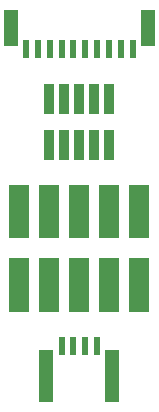
<source format=gbr>
G04 #@! TF.GenerationSoftware,KiCad,Pcbnew,5.1.0-rc2-unknown-036be7d~80~ubuntu16.04.1*
G04 #@! TF.CreationDate,2023-05-22T09:45:20+03:00*
G04 #@! TF.ProjectId,UEXT-MPQ_Rev_A,55455854-2d4d-4505-915f-5265765f412e,A*
G04 #@! TF.SameCoordinates,Original*
G04 #@! TF.FileFunction,Paste,Top*
G04 #@! TF.FilePolarity,Positive*
%FSLAX46Y46*%
G04 Gerber Fmt 4.6, Leading zero omitted, Abs format (unit mm)*
G04 Created by KiCad (PCBNEW 5.1.0-rc2-unknown-036be7d~80~ubuntu16.04.1) date 2023-05-22 09:45:20*
%MOMM*%
%LPD*%
G04 APERTURE LIST*
%ADD10R,0.600000X1.550000*%
%ADD11R,1.200000X3.100000*%
%ADD12R,0.874000X2.514000*%
%ADD13C,1.700000*%
%ADD14C,0.100000*%
%ADD15R,0.500000X1.550000*%
%ADD16R,1.200000X4.500000*%
G04 APERTURE END LIST*
D10*
X82500000Y-130625000D03*
X83500000Y-130625000D03*
X84500000Y-130625000D03*
X85500000Y-130625000D03*
X86500000Y-130625000D03*
X87500000Y-130625000D03*
X88500000Y-130625000D03*
X89500000Y-130625000D03*
X90500000Y-130625000D03*
X91500000Y-130625000D03*
D11*
X81200000Y-128850000D03*
X92800000Y-128850000D03*
D12*
X84460000Y-138750500D03*
X85730000Y-138750500D03*
X87000000Y-138750500D03*
X88270000Y-138750500D03*
X89540000Y-138750500D03*
X84460000Y-134849500D03*
X88270000Y-134849500D03*
X89540000Y-134849500D03*
X87000000Y-134849500D03*
X85730000Y-134849500D03*
D13*
X81920000Y-150625000D03*
D14*
G36*
X81070000Y-152900000D02*
G01*
X81070000Y-148350000D01*
X82770000Y-148350000D01*
X82770000Y-152900000D01*
X81070000Y-152900000D01*
X81070000Y-152900000D01*
G37*
D13*
X84460000Y-150625000D03*
D14*
G36*
X83610000Y-152900000D02*
G01*
X83610000Y-148350000D01*
X85310000Y-148350000D01*
X85310000Y-152900000D01*
X83610000Y-152900000D01*
X83610000Y-152900000D01*
G37*
D13*
X87000000Y-150625000D03*
D14*
G36*
X86150000Y-152900000D02*
G01*
X86150000Y-148350000D01*
X87850000Y-148350000D01*
X87850000Y-152900000D01*
X86150000Y-152900000D01*
X86150000Y-152900000D01*
G37*
D13*
X89540000Y-150625000D03*
D14*
G36*
X88690000Y-152900000D02*
G01*
X88690000Y-148350000D01*
X90390000Y-148350000D01*
X90390000Y-152900000D01*
X88690000Y-152900000D01*
X88690000Y-152900000D01*
G37*
D13*
X92080000Y-150625000D03*
D14*
G36*
X91230000Y-152900000D02*
G01*
X91230000Y-148350000D01*
X92930000Y-148350000D01*
X92930000Y-152900000D01*
X91230000Y-152900000D01*
X91230000Y-152900000D01*
G37*
D13*
X92080000Y-144375000D03*
D14*
G36*
X91230000Y-146650000D02*
G01*
X91230000Y-142100000D01*
X92930000Y-142100000D01*
X92930000Y-146650000D01*
X91230000Y-146650000D01*
X91230000Y-146650000D01*
G37*
D13*
X89540000Y-144375000D03*
D14*
G36*
X88690000Y-146650000D02*
G01*
X88690000Y-142100000D01*
X90390000Y-142100000D01*
X90390000Y-146650000D01*
X88690000Y-146650000D01*
X88690000Y-146650000D01*
G37*
D13*
X81920000Y-144375000D03*
D14*
G36*
X81070000Y-146650000D02*
G01*
X81070000Y-142100000D01*
X82770000Y-142100000D01*
X82770000Y-146650000D01*
X81070000Y-146650000D01*
X81070000Y-146650000D01*
G37*
D13*
X84460000Y-144375000D03*
D14*
G36*
X83610000Y-146650000D02*
G01*
X83610000Y-142100000D01*
X85310000Y-142100000D01*
X85310000Y-146650000D01*
X83610000Y-146650000D01*
X83610000Y-146650000D01*
G37*
D13*
X87000000Y-144375000D03*
D14*
G36*
X86150000Y-146650000D02*
G01*
X86150000Y-142100000D01*
X87850000Y-142100000D01*
X87850000Y-146650000D01*
X86150000Y-146650000D01*
X86150000Y-146650000D01*
G37*
D15*
X88500000Y-155800000D03*
X86500000Y-155800000D03*
X87500000Y-155800000D03*
D16*
X84200000Y-158275000D03*
X89800000Y-158275000D03*
D15*
X85500000Y-155800000D03*
M02*

</source>
